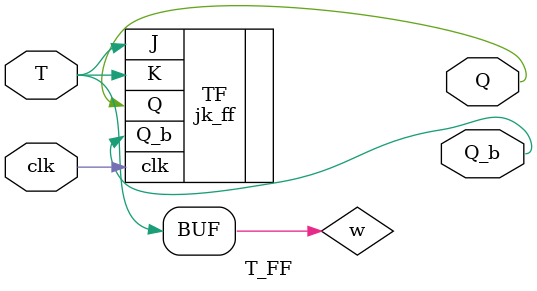
<source format=v>

`include "JK_FF.v"

module T_FF(output Q,
            output Q_b,
            input T,
            input clk);
   wire w;
   assign w = T;
   jk_ff TF(.J(w),.K(w),.clk(clk),.Q(Q),.Q_b(Q_b));

endmodule 

</source>
